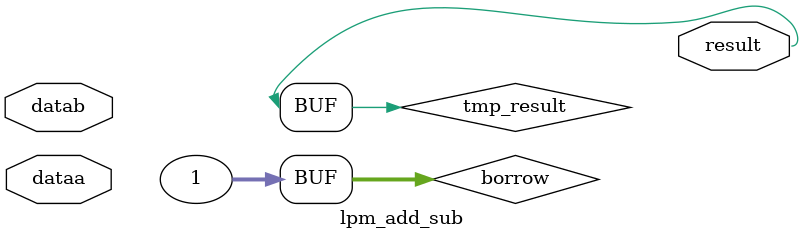
<source format=v>
module lpm_add_sub (  result, dataa, datab ) ;

  parameter lpm_width = 1 ;
  parameter lpm_representation = "UNSIGNED" ;
  parameter lpm_direction  = "UNUSED" ;

  input  [lpm_width-1:0] dataa, datab ;
  output [lpm_width-1:0] result ;

  reg  [lpm_width-1:0] tmp_result ;
  reg  tmp_cout ;
  reg  tmp_overflow ;
  reg  [lpm_width-2:0] tmp_a, tmp_b;
  integer i, j, k, n;
  integer dataa_int, datab_int, result_int, compare, borrow; 


  always @( dataa or datab )
    begin

	begin
		borrow = 1 ;
  		if (lpm_direction == "ADD") 
                begin
                        {tmp_cout,tmp_result} = dataa + datab;
                        tmp_overflow = tmp_cout ;
                end
                else
  		if (lpm_direction == "SUB") 
                begin
                        // subtraction
                        {tmp_overflow, tmp_result} = dataa - datab - borrow ;
                        tmp_cout = (dataa >= (datab+borrow))?1:0 ;
                end
	
		if(lpm_representation == "SIGNED")
		begin
			// convert to negative integer
			if(dataa[lpm_width-1] == 1)
			begin
				for(j = 0; j < lpm_width - 1; j = j + 1)
					tmp_a[j] = dataa[j] ^ 1;
				dataa_int = (tmp_a + 1) * (-1) ;
			end
			else dataa_int = dataa;

			// convert to negative integer
			if(datab[lpm_width-1] == 1)
			begin
				for(k = 0; k < lpm_width - 1; k = k + 1)
					tmp_b[k] = datab[k] ^ 1;
				datab_int = (tmp_b + 1) * (-1);
			end
			else datab_int = datab;

			// perform the addtion or subtraction operation
  			if(lpm_direction == "ADD")
  				result_int = dataa_int + datab_int;
  			else
  			if(lpm_direction == "SUB")
  				result_int = dataa_int - datab_int - borrow ;
			tmp_result = result_int ;

			compare = 1 << (lpm_width -1);
			if((result_int > (compare - 1)) || (result_int < (-1)*(compare)))
				tmp_overflow = 1;
			else
				tmp_overflow = 0;
		end

	end
	end

  assign result = tmp_result ;

endmodule 
</source>
